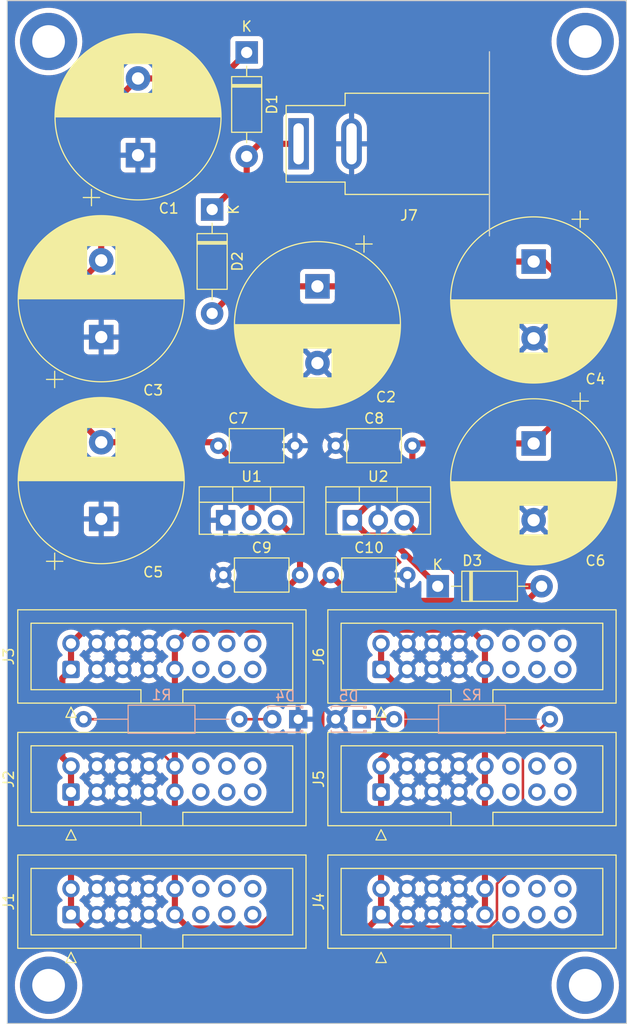
<source format=kicad_pcb>
(kicad_pcb (version 20221018) (generator pcbnew)

  (general
    (thickness 1.6)
  )

  (paper "A4")
  (layers
    (0 "F.Cu" signal)
    (31 "B.Cu" signal)
    (32 "B.Adhes" user "B.Adhesive")
    (33 "F.Adhes" user "F.Adhesive")
    (34 "B.Paste" user)
    (35 "F.Paste" user)
    (36 "B.SilkS" user "B.Silkscreen")
    (37 "F.SilkS" user "F.Silkscreen")
    (38 "B.Mask" user)
    (39 "F.Mask" user)
    (40 "Dwgs.User" user "User.Drawings")
    (41 "Cmts.User" user "User.Comments")
    (42 "Eco1.User" user "User.Eco1")
    (43 "Eco2.User" user "User.Eco2")
    (44 "Edge.Cuts" user)
    (45 "Margin" user)
    (46 "B.CrtYd" user "B.Courtyard")
    (47 "F.CrtYd" user "F.Courtyard")
    (48 "B.Fab" user)
    (49 "F.Fab" user)
    (50 "User.1" user)
    (51 "User.2" user)
    (52 "User.3" user)
    (53 "User.4" user)
    (54 "User.5" user)
    (55 "User.6" user)
    (56 "User.7" user)
    (57 "User.8" user)
    (58 "User.9" user)
  )

  (setup
    (pad_to_mask_clearance 0)
    (pcbplotparams
      (layerselection 0x00010fc_ffffffff)
      (plot_on_all_layers_selection 0x0000000_00000000)
      (disableapertmacros false)
      (usegerberextensions false)
      (usegerberattributes true)
      (usegerberadvancedattributes true)
      (creategerberjobfile true)
      (dashed_line_dash_ratio 12.000000)
      (dashed_line_gap_ratio 3.000000)
      (svgprecision 4)
      (plotframeref false)
      (viasonmask false)
      (mode 1)
      (useauxorigin false)
      (hpglpennumber 1)
      (hpglpenspeed 20)
      (hpglpendiameter 15.000000)
      (dxfpolygonmode true)
      (dxfimperialunits true)
      (dxfusepcbnewfont true)
      (psnegative false)
      (psa4output false)
      (plotreference true)
      (plotvalue true)
      (plotinvisibletext false)
      (sketchpadsonfab false)
      (subtractmaskfromsilk false)
      (outputformat 1)
      (mirror false)
      (drillshape 1)
      (scaleselection 1)
      (outputdirectory "")
    )
  )

  (net 0 "")
  (net 1 "GNDREF")
  (net 2 "Net-(D1-K)")
  (net 3 "Net-(D2-A)")
  (net 4 "Net-(J1-Pin_1)")
  (net 5 "Net-(D3-A)")
  (net 6 "Net-(D1-A)")
  (net 7 "unconnected-(J1-Pin_11-Pad11)")
  (net 8 "unconnected-(J1-Pin_12-Pad12)")
  (net 9 "unconnected-(J1-Pin_13-Pad13)")
  (net 10 "unconnected-(J1-Pin_14-Pad14)")
  (net 11 "unconnected-(J1-Pin_15-Pad15)")
  (net 12 "unconnected-(J1-Pin_16-Pad16)")
  (net 13 "unconnected-(J2-Pin_11-Pad11)")
  (net 14 "unconnected-(J2-Pin_12-Pad12)")
  (net 15 "unconnected-(J2-Pin_13-Pad13)")
  (net 16 "unconnected-(J2-Pin_14-Pad14)")
  (net 17 "unconnected-(J2-Pin_15-Pad15)")
  (net 18 "unconnected-(J2-Pin_16-Pad16)")
  (net 19 "unconnected-(J3-Pin_11-Pad11)")
  (net 20 "unconnected-(J3-Pin_12-Pad12)")
  (net 21 "unconnected-(J3-Pin_13-Pad13)")
  (net 22 "unconnected-(J3-Pin_14-Pad14)")
  (net 23 "unconnected-(J3-Pin_15-Pad15)")
  (net 24 "unconnected-(J3-Pin_16-Pad16)")
  (net 25 "unconnected-(J4-Pin_11-Pad11)")
  (net 26 "unconnected-(J4-Pin_12-Pad12)")
  (net 27 "unconnected-(J4-Pin_13-Pad13)")
  (net 28 "unconnected-(J4-Pin_14-Pad14)")
  (net 29 "unconnected-(J4-Pin_15-Pad15)")
  (net 30 "unconnected-(J4-Pin_16-Pad16)")
  (net 31 "unconnected-(J5-Pin_11-Pad11)")
  (net 32 "unconnected-(J5-Pin_12-Pad12)")
  (net 33 "unconnected-(J5-Pin_13-Pad13)")
  (net 34 "unconnected-(J5-Pin_14-Pad14)")
  (net 35 "unconnected-(J5-Pin_15-Pad15)")
  (net 36 "unconnected-(J5-Pin_16-Pad16)")
  (net 37 "unconnected-(J6-Pin_11-Pad11)")
  (net 38 "unconnected-(J6-Pin_12-Pad12)")
  (net 39 "unconnected-(J6-Pin_13-Pad13)")
  (net 40 "unconnected-(J6-Pin_14-Pad14)")
  (net 41 "unconnected-(J6-Pin_15-Pad15)")
  (net 42 "unconnected-(J6-Pin_16-Pad16)")
  (net 43 "Net-(D4-A)")
  (net 44 "Net-(D5-K)")

  (footprint "Capacitor_THT:CP_Radial_D16.0mm_P7.50mm" (layer "F.Cu") (at 25.4 48.14 90))

  (footprint "Connector_IDC:IDC-Header_2x08_P2.54mm_Vertical" (layer "F.Cu") (at 52.78 104.6 90))

  (footprint "Capacitor_THT:CP_Radial_D16.0mm_P7.50mm" (layer "F.Cu") (at 67.705 58.54 -90))

  (footprint "Connector_IDC:IDC-Header_2x08_P2.54mm_Vertical" (layer "F.Cu") (at 52.78 92.615 90))

  (footprint "Diode_THT:D_DO-41_SOD81_P10.16mm_Horizontal" (layer "F.Cu") (at 58.32 72.5))

  (footprint "MountingHole:MountingHole_3.2mm_M3_DIN965_Pad" (layer "F.Cu") (at 72.75 19.25))

  (footprint "Connector_IDC:IDC-Header_2x08_P2.54mm_Vertical" (layer "F.Cu") (at 22.445 104.6 90))

  (footprint "Capacitor_THT:CP_Radial_D16.0mm_P7.50mm" (layer "F.Cu") (at 29 30.36 90))

  (footprint "Package_TO_SOT_THT:TO-220-3_Vertical" (layer "F.Cu") (at 37.57 66.045))

  (footprint "Connector_IDC:IDC-Header_2x08_P2.54mm_Vertical" (layer "F.Cu") (at 52.78 80.63 90))

  (footprint "Capacitor_THT:C_Axial_L5.1mm_D3.1mm_P7.50mm_Horizontal" (layer "F.Cu") (at 37.35 71.4))

  (footprint "Diode_THT:D_DO-41_SOD81_P10.16mm_Horizontal" (layer "F.Cu")
    (tstamp 5552746c-1e53-430f-860f-a9c72420f7ee)
    (at 39.63 20.32 -90)
    (descr "Diode, DO-41_SOD81 series, Axial, Horizontal, pin pitch=10.16mm, , length*diameter=5.2*2.7mm^2, , http://www.diodes.com/_files/packages/DO-41%20(Plastic).pdf")
    (tags "Diode DO-41_SOD81 series Axial Horizontal pin pitch 10.16mm  length 5.2mm diameter 2.7mm")
    (property "Sheetfile" "Synth Mages Power Word Stun.kicad_sch")
    (property "Sheetname" "")
    (property "ki_description" "20V 1A Schottky Barrier Rectifier Diode, DO-41")
    (property "ki_keywords" "diode Schottky")
    (path "/7bb01eb6-cd3b-4a9e-9f17-8a07410afb0e")
    (attr through_hole)
    (fp_text reference "D1" (at 5.08 -2.47 90) (layer "F.SilkS")
        (effects (font (size 1 1) (thickness 0.15)))
      (tstamp c20b671b-09b0-4ad8-be43-e32ccd57367c)
    )
    (fp_text value "1N5817" (at 6.29 1.35 90) (layer "F.Fab")
        (effects (font (size 1 1) (thickness 0.15)))
      (tstamp 8f723c30-0487-480e-a3ab-8cec3dd24297)
    )
    (fp_text user "K" (at -2.54 0 -180) (layer "F.SilkS")
        (effects (font (size 1 1) (thickness 0.15)))
      (tstamp ce4e1cb8-8d4b-4274-9f9d-bfad2118c297)
    )
    (fp_text user "K" (at -2.54 0 -180) (layer "F.Fab")
        (effects (font (size 1 1) (thickness 0.15)))
      (tstamp 51a9cef8-65dc-4d61-9749-e843f929ee80)
    )
    (fp_text user "${REFERENCE}" (at 5.47 0 90) (layer "F.Fab")
        (effects (font (size 1 1) (thickness 0.15)))
      (tstamp 940c04e7-e554-4838-9c4e-1d07e467ff5a)
    )
    (fp_line (start 1.34 0) (end 2.36 0)
      (stroke (width 0.12) (type solid)) (layer "F.SilkS") (tstamp 773473f0-396f-4d17-ad09-c68e00902a9c))
    (fp_line (start 2.36 -1.47) (end 2.36 1.47)
      (stroke (width 0.12) (type solid)) (layer "F.SilkS") (tstamp fe797de8-a611-4a0f-b61b-07cd1a93dfa7))
    (fp_line (start 2.36 1.47) (end 7.8 1.47)
      (stroke (width 0.12) (type solid)) (layer "F.SilkS") (tstamp e0d14
... [791515 chars truncated]
</source>
